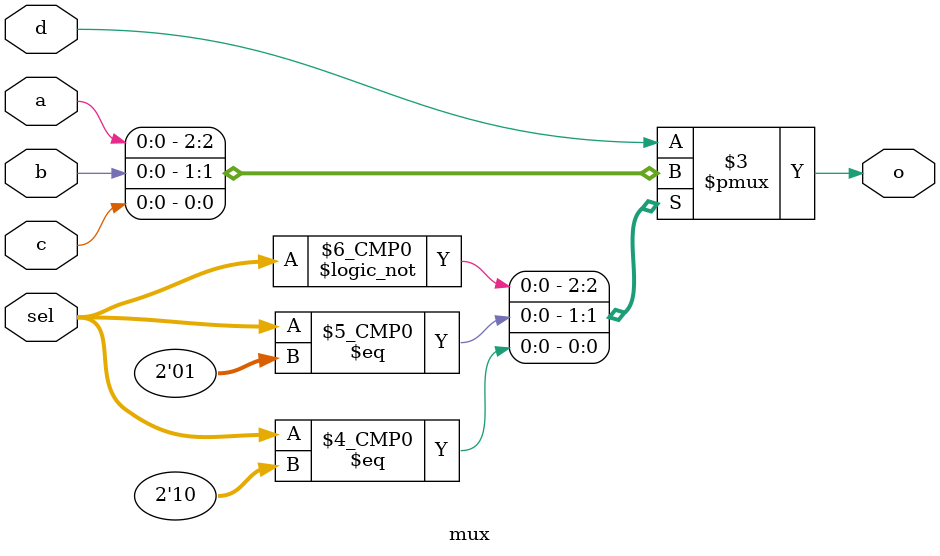
<source format=v>
`timescale 1ns / 1ps



module mux(a,b,c,d,sel,o);
    input a;
    input b;
    input c;
    input d;
    input [1:0]sel;
    output reg o;
    
    
    always @(a or b or c or d or sel)
    begin
        case(sel)
        2'b00 : o = a;
        2'b01 : o = b;
        2'b10 : o = c;
        default : o = d;
        endcase
    end
endmodule

</source>
